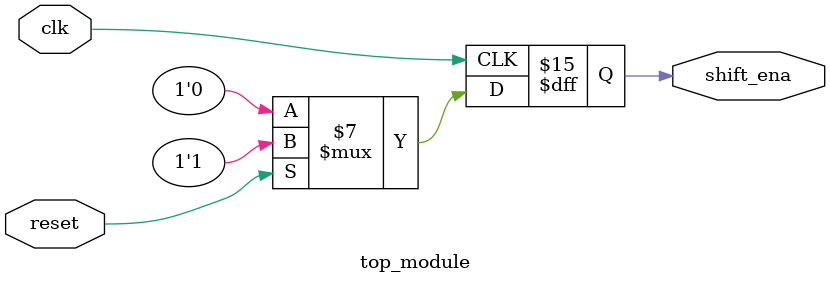
<source format=sv>
module top_module(
    input clk,
    input reset,
    output reg shift_ena
);

localparam ENABLE_CYCLES = 4;

reg [1:0] state;
localparam [1:0] RESET = 2'b00,
                 ENABLE = 2'b01,
                 IDLE = 2'b10;

always @(posedge clk) begin
    if (reset) begin
        state <= RESET;
        shift_ena <= 1'b1;
    end
    else begin
        case (state)
            RESET: begin
                shift_ena <= 1'b1;
                if (ENABLE_CYCLES == 4'd4) begin
                    state <= IDLE;
                    shift_ena <= 1'b0;
                end
                else begin
                    state <= ENABLE;
                end
            end
            ENABLE: begin
                shift_ena <= 1'b1;
                if (ENABLE_CYCLES == 4'd4) begin
                    state <= IDLE;
                    shift_ena <= 1'b0;
                end
                else begin
                    ENABLE_CYCLES <= ENABLE_CYCLES + 1;
                end
            end
            IDLE: begin
                shift_ena <= 1'b0;
            end
            default: begin
                state <= IDLE;
                shift_ena <= 1'b0;
            end
        endcase
    end
end

endmodule

</source>
